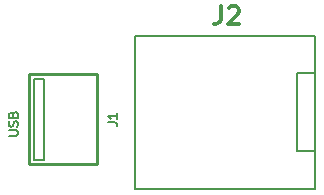
<source format=gbr>
G04 #@! TF.FileFunction,Legend,Top*
%FSLAX46Y46*%
G04 Gerber Fmt 4.6, Leading zero omitted, Abs format (unit mm)*
G04 Created by KiCad (PCBNEW (2015-08-20 BZR 6109)-product) date Tue 23 Feb 2016 07:55:43 PM PST*
%MOMM*%
G01*
G04 APERTURE LIST*
%ADD10C,0.150000*%
%ADD11C,0.127000*%
%ADD12C,0.254000*%
%ADD13C,0.200660*%
%ADD14C,0.190500*%
%ADD15C,0.304800*%
G04 APERTURE END LIST*
D10*
D11*
X21800000Y-22100000D02*
X20900000Y-22100000D01*
X20900000Y-22100000D02*
X20900000Y-28900000D01*
X20900000Y-28900000D02*
X21800000Y-28900000D01*
X21800000Y-28900000D02*
X21800000Y-22100000D01*
D12*
X26270200Y-21690000D02*
X26270200Y-29310000D01*
X26270200Y-29310000D02*
X20529800Y-29310000D01*
X20529800Y-29310000D02*
X20529800Y-21690000D01*
X20529800Y-21690000D02*
X26270200Y-21690000D01*
D11*
X44699880Y-21600000D02*
X43149880Y-21600000D01*
X43149880Y-21600000D02*
X43149880Y-28200000D01*
X43149880Y-28200000D02*
X44674880Y-28200000D01*
D13*
X29500200Y-18397600D02*
X44699560Y-18397600D01*
X44699560Y-18397600D02*
X44699560Y-31402400D01*
X44699560Y-31402400D02*
X29500200Y-31402400D01*
X29500200Y-31402400D02*
X29500200Y-18397600D01*
D14*
X27182714Y-25753999D02*
X27727000Y-25753999D01*
X27835857Y-25790285D01*
X27908429Y-25862856D01*
X27944714Y-25971713D01*
X27944714Y-26044285D01*
X27944714Y-24992000D02*
X27944714Y-25427428D01*
X27944714Y-25209714D02*
X27182714Y-25209714D01*
X27291571Y-25282285D01*
X27364143Y-25354857D01*
X27400429Y-25427428D01*
X18782714Y-26861571D02*
X19399571Y-26861571D01*
X19472143Y-26825286D01*
X19508429Y-26789000D01*
X19544714Y-26716429D01*
X19544714Y-26571286D01*
X19508429Y-26498714D01*
X19472143Y-26462429D01*
X19399571Y-26426143D01*
X18782714Y-26426143D01*
X19508429Y-26099571D02*
X19544714Y-25990714D01*
X19544714Y-25809285D01*
X19508429Y-25736714D01*
X19472143Y-25700428D01*
X19399571Y-25664143D01*
X19327000Y-25664143D01*
X19254429Y-25700428D01*
X19218143Y-25736714D01*
X19181857Y-25809285D01*
X19145571Y-25954428D01*
X19109286Y-26027000D01*
X19073000Y-26063285D01*
X19000429Y-26099571D01*
X18927857Y-26099571D01*
X18855286Y-26063285D01*
X18819000Y-26027000D01*
X18782714Y-25954428D01*
X18782714Y-25773000D01*
X18819000Y-25664143D01*
X19145571Y-25083571D02*
X19181857Y-24974714D01*
X19218143Y-24938429D01*
X19290714Y-24902143D01*
X19399571Y-24902143D01*
X19472143Y-24938429D01*
X19508429Y-24974714D01*
X19544714Y-25047286D01*
X19544714Y-25337571D01*
X18782714Y-25337571D01*
X18782714Y-25083571D01*
X18819000Y-25011000D01*
X18855286Y-24974714D01*
X18927857Y-24938429D01*
X19000429Y-24938429D01*
X19073000Y-24974714D01*
X19109286Y-25011000D01*
X19145571Y-25083571D01*
X19145571Y-25337571D01*
D15*
X36749360Y-15906949D02*
X36749360Y-16995520D01*
X36676788Y-17213234D01*
X36531645Y-17358377D01*
X36313931Y-17430949D01*
X36168788Y-17430949D01*
X37402503Y-16052091D02*
X37475074Y-15979520D01*
X37620217Y-15906949D01*
X37983074Y-15906949D01*
X38128217Y-15979520D01*
X38200788Y-16052091D01*
X38273360Y-16197234D01*
X38273360Y-16342377D01*
X38200788Y-16560091D01*
X37329931Y-17430949D01*
X38273360Y-17430949D01*
M02*

</source>
